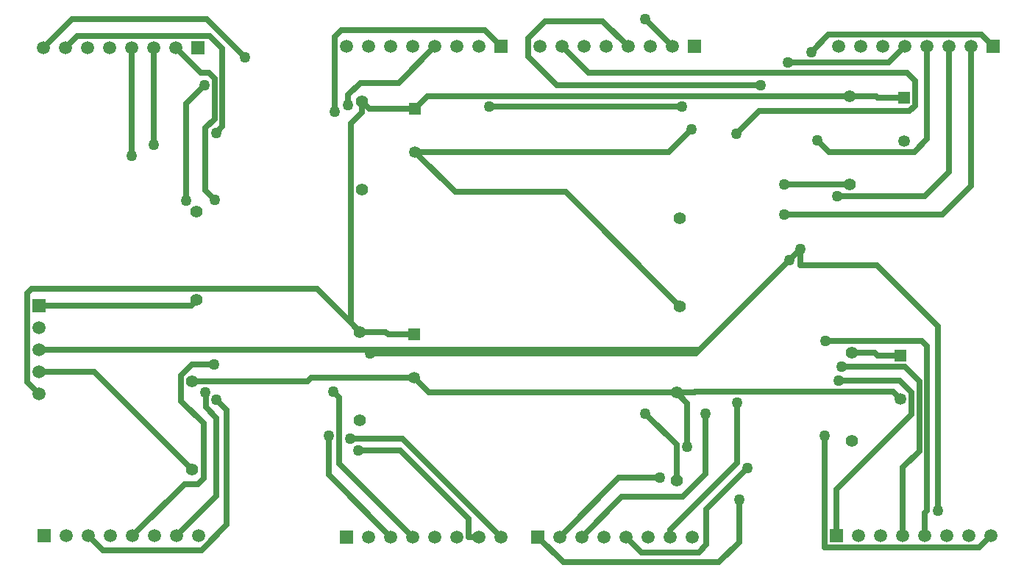
<source format=gbl>
G04*
G04 #@! TF.GenerationSoftware,Altium Limited,Altium Designer,20.0.14 (345)*
G04*
G04 Layer_Physical_Order=2*
G04 Layer_Color=16711680*
%FSLAX23Y23*%
%MOIN*%
G70*
G01*
G75*
%ADD22C,0.025*%
%ADD23C,0.053*%
%ADD24R,0.053X0.053*%
%ADD25R,0.059X0.059*%
%ADD26C,0.059*%
%ADD27C,0.055*%
%ADD28R,0.059X0.059*%
%ADD29C,0.050*%
D22*
X2364Y3671D02*
X2519Y3516D01*
X4506Y3801D02*
X4555Y3850D01*
X4082Y3377D02*
X4100Y3395D01*
X1105D02*
X4100D01*
X1908Y4378D02*
X1937Y4407D01*
Y4759D01*
X1878Y4818D02*
X1937Y4759D01*
X1278Y4818D02*
X1878D01*
X1225Y4765D02*
X1278Y4818D01*
X1625Y4325D02*
Y4765D01*
X1525Y4275D02*
Y4765D01*
X2867Y4545D02*
X4780D01*
X2810Y4488D02*
X2867Y4545D01*
X2602Y4488D02*
X2810D01*
X2570Y4520D02*
X2602Y4488D01*
X1052Y3248D02*
X1105Y3195D01*
X1052Y3248D02*
Y3652D01*
X1071Y3671D01*
X2364D01*
X3491Y4109D02*
X4010Y3590D01*
X2993Y4109D02*
X3491D01*
X2810Y4292D02*
X2993Y4109D01*
X2872Y3200D02*
X3995D01*
X2805Y3267D02*
X2872Y3200D01*
X1105Y3595D02*
X1795D01*
X1820Y3620D01*
X5178Y2664D02*
Y3501D01*
X4903Y3776D02*
X5178Y3501D01*
X4555Y3776D02*
X4903D01*
X4555D02*
Y3850D01*
X4100Y3395D02*
X4506Y3801D01*
X1355Y3295D02*
X1800Y2850D01*
X1105Y3295D02*
X1355D01*
X4481Y4145D02*
X4780D01*
X2447Y4475D02*
Y4815D01*
X2475Y4843D01*
X3127D01*
X3200Y4770D01*
X2735Y4605D02*
X2900Y4770D01*
X2562Y4605D02*
X2735D01*
X2507Y4550D02*
X2562Y4605D01*
X2507Y4503D02*
Y4550D01*
X4267Y4373D02*
X4370Y4476D01*
X5050D01*
X5075Y4501D01*
Y4615D01*
X5040Y4650D02*
X5075Y4615D01*
X3595Y4650D02*
X5040D01*
X3475Y4770D02*
X3595Y4650D01*
X3660Y4885D02*
X3775Y4770D01*
X3400Y4885D02*
X3660D01*
X3322Y4807D02*
X3400Y4885D01*
X3322Y4725D02*
Y4807D01*
Y4725D02*
X3452Y4595D01*
X4377D01*
X3851Y4894D02*
X3975Y4770D01*
X4498Y4698D02*
X4556D01*
X4556Y4697D01*
X4957D01*
X5030Y4770D01*
X4604Y4745D02*
X4682Y4823D01*
X5377D01*
X5430Y4770D01*
X4720Y2550D02*
Y2760D01*
X5060Y3100D01*
Y3200D01*
X5005Y3255D02*
X5060Y3200D01*
X4729Y3255D02*
X5005D01*
X4742Y3318D02*
X4744Y3316D01*
X5029D01*
X5095Y3250D01*
Y2935D02*
Y3250D01*
X5020Y2860D02*
X5095Y2935D01*
X5020Y2550D02*
Y2860D01*
X4667Y2497D02*
Y3005D01*
Y2497D02*
X5367D01*
X5420Y2550D01*
X4278Y2520D02*
Y2714D01*
X4187Y2429D02*
X4278Y2520D01*
X3481Y2429D02*
X4187D01*
X3365Y2545D02*
X3481Y2429D01*
X3965Y2545D02*
Y2576D01*
X4268Y2879D01*
Y3155D01*
X2467Y2878D02*
X2800Y2545D01*
X2467Y2878D02*
Y3178D01*
X2439Y3205D02*
X2467Y3178D01*
X2419Y2826D02*
Y3005D01*
Y2826D02*
X2700Y2545D01*
X3053D02*
X3100D01*
X3053D02*
Y2628D01*
X2743Y2938D02*
X3053Y2628D01*
X2553Y2938D02*
X2743D01*
X1800Y3327D02*
X1900D01*
X1749Y3276D02*
X1800Y3327D01*
X1749Y3162D02*
Y3276D01*
Y3162D02*
X1851Y3060D01*
Y2811D02*
Y3060D01*
X1825Y2785D02*
X1851Y2811D01*
X1765Y2785D02*
X1825D01*
X1530Y2550D02*
X1765Y2785D01*
X1909Y3167D02*
X1957Y3119D01*
Y2600D02*
Y3119D01*
X1841Y2484D02*
X1957Y2600D01*
X1396Y2484D02*
X1841D01*
X1330Y2550D02*
X1396Y2484D01*
X4043Y2955D02*
Y3152D01*
X3995Y3200D02*
X4043Y3152D01*
X1725Y4765D02*
X1838Y4652D01*
X1875D01*
X1902Y4625D01*
Y4441D02*
Y4625D01*
X1860Y4399D02*
X1902Y4441D01*
X1860Y4116D02*
Y4399D01*
Y4116D02*
X1902Y4075D01*
X2515Y2992D02*
X2753D01*
X3200Y2545D01*
X2606Y3377D02*
X4082D01*
X3565Y2545D02*
X3746Y2726D01*
X4022D01*
X4127Y2831D01*
Y3105D01*
X3733Y2813D02*
X3920D01*
X3465Y2545D02*
X3733Y2813D01*
X3995Y3200D02*
X4077D01*
X4080Y3203D01*
X4977D01*
X5010Y3170D01*
X3995Y2800D02*
Y2963D01*
X3853Y3105D02*
X3995Y2963D01*
X3765Y2545D02*
X3835Y2475D01*
X4095D01*
X4130Y2510D01*
Y2670D01*
X4316Y2856D01*
X3145Y4496D02*
X4020D01*
X1771Y4511D02*
X1854Y4594D01*
X1771Y4070D02*
Y4511D01*
X5230Y4200D02*
Y4770D01*
X5119Y4089D02*
X5230Y4200D01*
X4723Y4089D02*
X5119D01*
X4481Y4007D02*
X5200D01*
X5330Y4137D01*
Y4770D01*
X4669Y3433D02*
X5106D01*
X5130Y3409D01*
Y2663D02*
Y3409D01*
X5120Y2653D02*
X5130Y2663D01*
X5120Y2550D02*
Y2653D01*
X4632Y4345D02*
X4686Y4291D01*
X5071D01*
X5130Y4350D01*
Y4770D01*
X3958Y4292D02*
X4061Y4395D01*
X2810Y4292D02*
X3958D01*
X1125Y4765D02*
X1255Y4895D01*
X1867D01*
X2040Y4722D01*
X1860Y3202D02*
X1862Y3201D01*
Y3133D02*
Y3201D01*
Y3133D02*
X1909Y3085D01*
Y2729D02*
Y3085D01*
X1730Y2550D02*
X1909Y2729D01*
X2519Y3516D02*
X2560Y3475D01*
X2519Y3516D02*
Y4419D01*
X2570Y4470D01*
Y4520D01*
X1800Y3250D02*
X2321D01*
X2338Y3267D01*
X2805D01*
X4906Y4538D02*
X5025D01*
X4899Y4545D02*
X4906Y4538D01*
X4780Y4545D02*
X4899D01*
X4906Y3367D02*
X5010D01*
X4893Y3380D02*
X4906Y3367D01*
X4790Y3380D02*
X4893D01*
X2688Y3463D02*
X2805D01*
X2676Y3475D02*
X2688Y3463D01*
X2560Y3475D02*
X2676D01*
D23*
X5025Y4342D02*
D03*
X2810Y4292D02*
D03*
X5010Y3170D02*
D03*
X2805Y3267D02*
D03*
D24*
X5025Y4538D02*
D03*
X2810Y4488D02*
D03*
X5010Y3367D02*
D03*
X2805Y3463D02*
D03*
D25*
X5430Y4770D02*
D03*
X4075D02*
D03*
X4720Y2550D02*
D03*
X3365Y2545D02*
D03*
X2500D02*
D03*
X1130Y2550D02*
D03*
X3200Y4770D02*
D03*
X1825Y4765D02*
D03*
D26*
X5330Y4770D02*
D03*
X5230D02*
D03*
X5130D02*
D03*
X5030D02*
D03*
X4930D02*
D03*
X4830D02*
D03*
X4730D02*
D03*
X3975D02*
D03*
X3875D02*
D03*
X3775D02*
D03*
X3675D02*
D03*
X3575D02*
D03*
X3475D02*
D03*
X3375D02*
D03*
X1105Y3195D02*
D03*
Y3295D02*
D03*
Y3395D02*
D03*
Y3495D02*
D03*
X4820Y2550D02*
D03*
X4920D02*
D03*
X5020D02*
D03*
X5120D02*
D03*
X5220D02*
D03*
X5320D02*
D03*
X5420D02*
D03*
X3465Y2545D02*
D03*
X3565D02*
D03*
X3665D02*
D03*
X3765D02*
D03*
X3865D02*
D03*
X3965D02*
D03*
X4065D02*
D03*
X2600D02*
D03*
X2700D02*
D03*
X2800D02*
D03*
X2900D02*
D03*
X3000D02*
D03*
X3100D02*
D03*
X3200D02*
D03*
X1230Y2550D02*
D03*
X1330D02*
D03*
X1430D02*
D03*
X1530D02*
D03*
X1630D02*
D03*
X1730D02*
D03*
X1830D02*
D03*
X3100Y4770D02*
D03*
X3000D02*
D03*
X2900D02*
D03*
X2800D02*
D03*
X2700D02*
D03*
X2600D02*
D03*
X2500D02*
D03*
X1725Y4765D02*
D03*
X1625D02*
D03*
X1525D02*
D03*
X1425D02*
D03*
X1325D02*
D03*
X1225D02*
D03*
X1125D02*
D03*
D27*
X4780Y4545D02*
D03*
Y4145D02*
D03*
X2570Y4520D02*
D03*
Y4120D02*
D03*
X4010Y3590D02*
D03*
Y3990D02*
D03*
X1820Y3620D02*
D03*
Y4020D02*
D03*
X4790Y3380D02*
D03*
Y2980D02*
D03*
X2560Y3475D02*
D03*
Y3075D02*
D03*
X3995Y3200D02*
D03*
Y2800D02*
D03*
X1800Y3250D02*
D03*
Y2850D02*
D03*
D28*
X1105Y3595D02*
D03*
D29*
X1908Y4378D02*
D03*
X1625Y4325D02*
D03*
X1525Y4275D02*
D03*
X5178Y2664D02*
D03*
X4555Y3850D02*
D03*
X4506Y3801D02*
D03*
X4481Y4145D02*
D03*
X2447Y4475D02*
D03*
X2507Y4503D02*
D03*
X4267Y4373D02*
D03*
X4377Y4595D02*
D03*
X3851Y4894D02*
D03*
X4498Y4698D02*
D03*
X4604Y4745D02*
D03*
X4729Y3255D02*
D03*
X4742Y3318D02*
D03*
X4667Y3005D02*
D03*
X4278Y2714D02*
D03*
X4268Y3155D02*
D03*
X2439Y3205D02*
D03*
X2419Y3005D02*
D03*
X2553Y2938D02*
D03*
X1900Y3327D02*
D03*
X1909Y3167D02*
D03*
X4043Y2955D02*
D03*
X1902Y4075D02*
D03*
X2515Y2992D02*
D03*
X2606Y3377D02*
D03*
X4127Y3105D02*
D03*
X3920Y2813D02*
D03*
X3853Y3105D02*
D03*
X4316Y2856D02*
D03*
X4020Y4496D02*
D03*
X3145D02*
D03*
X1854Y4594D02*
D03*
X1771Y4070D02*
D03*
X4723Y4089D02*
D03*
X4481Y4007D02*
D03*
X4669Y3433D02*
D03*
X4632Y4345D02*
D03*
X4061Y4395D02*
D03*
X2040Y4722D02*
D03*
X1860Y3202D02*
D03*
M02*

</source>
